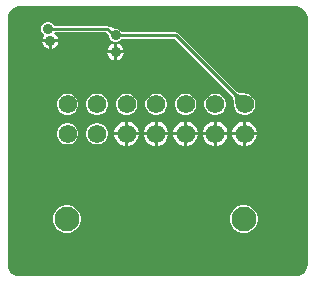
<source format=gbr>
%TF.GenerationSoftware,Altium Limited,Altium Designer,24.1.2 (44)*%
G04 Layer_Physical_Order=2*
G04 Layer_Color=16711680*
%FSLAX45Y45*%
%MOMM*%
%TF.SameCoordinates,140E097B-8517-4C1D-959E-99074445C54D*%
%TF.FilePolarity,Positive*%
%TF.FileFunction,Copper,L2,Bot,Signal*%
%TF.Part,Single*%
G01*
G75*
%TA.AperFunction,Conductor*%
%ADD17C,0.25400*%
%TA.AperFunction,ComponentPad*%
%ADD20C,1.56000*%
%ADD21C,2.10000*%
%TA.AperFunction,ViaPad*%
%ADD22C,0.88900*%
G36*
X1198035Y1139096D02*
X1216526Y1131437D01*
X1233166Y1120318D01*
X1247318Y1106166D01*
X1258437Y1089526D01*
X1266096Y1071035D01*
X1270000Y1051407D01*
Y1041400D01*
Y-1041400D01*
Y-1051407D01*
X1266096Y-1071036D01*
X1258437Y-1089526D01*
X1247318Y-1106166D01*
X1233166Y-1120318D01*
X1216526Y-1131437D01*
X1198035Y-1139096D01*
X1178407Y-1143000D01*
X-1178407D01*
X-1198036Y-1139096D01*
X-1216526Y-1131437D01*
X-1233166Y-1120318D01*
X-1247318Y-1106166D01*
X-1258437Y-1089526D01*
X-1266096Y-1071036D01*
X-1270000Y-1051407D01*
Y-1041400D01*
Y1041400D01*
Y1051407D01*
X-1266096Y1071035D01*
X-1258437Y1089526D01*
X-1247318Y1106166D01*
X-1233166Y1120318D01*
X-1216526Y1131437D01*
X-1198036Y1139096D01*
X-1178407Y1143000D01*
X1178407D01*
X1198035Y1139096D01*
D02*
G37*
%LPC*%
G36*
X-838489Y838200D02*
X-894700D01*
Y781989D01*
X-880439Y785810D01*
X-864511Y795006D01*
X-851506Y808011D01*
X-842310Y823939D01*
X-838489Y838200D01*
D02*
G37*
G36*
X-920100D02*
X-976311D01*
X-972490Y823939D01*
X-963294Y808011D01*
X-950289Y795006D01*
X-934361Y785810D01*
X-920100Y781989D01*
Y838200D01*
D02*
G37*
G36*
X-342900Y824561D02*
Y768350D01*
X-286689D01*
X-290510Y782611D01*
X-299706Y798539D01*
X-312711Y811544D01*
X-328639Y820740D01*
X-342900Y824561D01*
D02*
G37*
G36*
X-368300D02*
X-382561Y820740D01*
X-398489Y811544D01*
X-411494Y798539D01*
X-420690Y782611D01*
X-424511Y768350D01*
X-368300D01*
Y824561D01*
D02*
G37*
G36*
X-286689Y742950D02*
X-342900D01*
Y686739D01*
X-328639Y690560D01*
X-312711Y699756D01*
X-299706Y712761D01*
X-290510Y728689D01*
X-286689Y742950D01*
D02*
G37*
G36*
X-368300D02*
X-424511D01*
X-420690Y728689D01*
X-411494Y712761D01*
X-398489Y699756D01*
X-382561Y690560D01*
X-368300Y686739D01*
Y742950D01*
D02*
G37*
G36*
X-915732Y1009650D02*
X-938468D01*
X-959473Y1000949D01*
X-975549Y984873D01*
X-984250Y963868D01*
Y941132D01*
X-975549Y920127D01*
X-959473Y904051D01*
X-964180Y892254D01*
X-972490Y877861D01*
X-976311Y863600D01*
X-838489D01*
X-842310Y877861D01*
X-851506Y893789D01*
X-864511Y906794D01*
X-870542Y910276D01*
X-873582Y913969D01*
X-867531Y926602D01*
X-438304D01*
X-414040Y902338D01*
X-413874Y900185D01*
X-413792Y895553D01*
X-412750Y893157D01*
Y883982D01*
X-404049Y862977D01*
X-387973Y846901D01*
X-366968Y838200D01*
X-344232D01*
X-323227Y846901D01*
X-316740Y853388D01*
X-314309Y854345D01*
X-310975Y857563D01*
X-307972Y860137D01*
X-305036Y862340D01*
X-302179Y864184D01*
X-299398Y865691D01*
X-296694Y866881D01*
X-294061Y867775D01*
X-291475Y868398D01*
X-288908Y868766D01*
X-285681Y868919D01*
X-284549Y869452D01*
X145423D01*
X630731Y384145D01*
X631083Y383072D01*
X634087Y379576D01*
X636362Y376047D01*
X638535Y371601D01*
X640535Y366200D01*
X642297Y359849D01*
X643771Y352557D01*
X644902Y344510D01*
X646181Y325117D01*
X646258Y314184D01*
X647300Y311716D01*
Y301559D01*
X653481Y278491D01*
X665422Y257809D01*
X682309Y240922D01*
X702991Y228981D01*
X726059Y222800D01*
X749941D01*
X773009Y228981D01*
X793691Y240922D01*
X810578Y257809D01*
X822519Y278491D01*
X828700Y301559D01*
Y325441D01*
X822519Y348509D01*
X810578Y369191D01*
X793691Y386078D01*
X773009Y398019D01*
X749941Y404200D01*
X739784D01*
X737316Y405242D01*
X726383Y405319D01*
X706990Y406598D01*
X698943Y407729D01*
X691649Y409204D01*
X685300Y410965D01*
X679901Y412964D01*
X675453Y415138D01*
X671924Y417413D01*
X668428Y420417D01*
X667356Y420769D01*
X174462Y913662D01*
X166061Y919276D01*
X156150Y921248D01*
X-284549D01*
X-285681Y921781D01*
X-288908Y921934D01*
X-291475Y922302D01*
X-294060Y922925D01*
X-296695Y923820D01*
X-299398Y925009D01*
X-302179Y926516D01*
X-305034Y928359D01*
X-307972Y930563D01*
X-310975Y933137D01*
X-314309Y936355D01*
X-316740Y937312D01*
X-323227Y943799D01*
X-344232Y952500D01*
X-353407D01*
X-355803Y953542D01*
X-360435Y953624D01*
X-364377Y953927D01*
X-368012Y954445D01*
X-371340Y955163D01*
X-374369Y956063D01*
X-377120Y957132D01*
X-379615Y958363D01*
X-381886Y959752D01*
X-383960Y961306D01*
X-386350Y963479D01*
X-391020Y965159D01*
X-395599Y967056D01*
X-395921Y966922D01*
X-396250Y967041D01*
X-400740Y964926D01*
X-402605Y964154D01*
X-409264Y970812D01*
X-417666Y976426D01*
X-427576Y978398D01*
X-875969D01*
X-878651Y984873D01*
X-894727Y1000949D01*
X-915732Y1009650D01*
D02*
G37*
G36*
X499941Y404200D02*
X476059D01*
X452991Y398019D01*
X432309Y386078D01*
X415422Y369191D01*
X403481Y348509D01*
X397300Y325441D01*
Y301559D01*
X403481Y278491D01*
X415422Y257809D01*
X432309Y240922D01*
X452991Y228981D01*
X476059Y222800D01*
X499941D01*
X523009Y228981D01*
X543691Y240922D01*
X560578Y257809D01*
X572519Y278491D01*
X578700Y301559D01*
Y325441D01*
X572519Y348509D01*
X560578Y369191D01*
X543691Y386078D01*
X523009Y398019D01*
X499941Y404200D01*
D02*
G37*
G36*
X249941D02*
X226059D01*
X202991Y398019D01*
X182309Y386078D01*
X165422Y369191D01*
X153481Y348509D01*
X147300Y325441D01*
Y301559D01*
X153481Y278491D01*
X165422Y257809D01*
X182309Y240922D01*
X202991Y228981D01*
X226059Y222800D01*
X249941D01*
X273009Y228981D01*
X293691Y240922D01*
X310578Y257809D01*
X322519Y278491D01*
X328700Y301559D01*
Y325441D01*
X322519Y348509D01*
X310578Y369191D01*
X293691Y386078D01*
X273009Y398019D01*
X249941Y404200D01*
D02*
G37*
G36*
X-59D02*
X-23941D01*
X-47009Y398019D01*
X-67691Y386078D01*
X-84578Y369191D01*
X-96519Y348509D01*
X-102700Y325441D01*
Y301559D01*
X-96519Y278491D01*
X-84578Y257809D01*
X-67691Y240922D01*
X-47009Y228981D01*
X-23941Y222800D01*
X-59D01*
X23009Y228981D01*
X43691Y240922D01*
X60578Y257809D01*
X72519Y278491D01*
X78700Y301559D01*
Y325441D01*
X72519Y348509D01*
X60578Y369191D01*
X43691Y386078D01*
X23009Y398019D01*
X-59Y404200D01*
D02*
G37*
G36*
X-250059D02*
X-273941D01*
X-297009Y398019D01*
X-317691Y386078D01*
X-334578Y369191D01*
X-346519Y348509D01*
X-352700Y325441D01*
Y301559D01*
X-346519Y278491D01*
X-334578Y257809D01*
X-317691Y240922D01*
X-297009Y228981D01*
X-273941Y222800D01*
X-250059D01*
X-226991Y228981D01*
X-206309Y240922D01*
X-189422Y257809D01*
X-177481Y278491D01*
X-171300Y301559D01*
Y325441D01*
X-177481Y348509D01*
X-189422Y369191D01*
X-206309Y386078D01*
X-226991Y398019D01*
X-250059Y404200D01*
D02*
G37*
G36*
X-500059D02*
X-523941D01*
X-547009Y398019D01*
X-567691Y386078D01*
X-584578Y369191D01*
X-596519Y348509D01*
X-602700Y325441D01*
Y301559D01*
X-596519Y278491D01*
X-584578Y257809D01*
X-567691Y240922D01*
X-547009Y228981D01*
X-523941Y222800D01*
X-500059D01*
X-476991Y228981D01*
X-456309Y240922D01*
X-439422Y257809D01*
X-427481Y278491D01*
X-421300Y301559D01*
Y325441D01*
X-427481Y348509D01*
X-439422Y369191D01*
X-456309Y386078D01*
X-476991Y398019D01*
X-500059Y404200D01*
D02*
G37*
G36*
X-750059D02*
X-773941D01*
X-797009Y398019D01*
X-817691Y386078D01*
X-834578Y369191D01*
X-846519Y348509D01*
X-852700Y325441D01*
Y301559D01*
X-846519Y278491D01*
X-834578Y257809D01*
X-817691Y240922D01*
X-797009Y228981D01*
X-773941Y222800D01*
X-750059D01*
X-726991Y228981D01*
X-706309Y240922D01*
X-689422Y257809D01*
X-677481Y278491D01*
X-671300Y301559D01*
Y325441D01*
X-677481Y348509D01*
X-689422Y369191D01*
X-706309Y386078D01*
X-726991Y398019D01*
X-750059Y404200D01*
D02*
G37*
G36*
X751613Y166900D02*
X750700D01*
Y76200D01*
X841400D01*
Y77113D01*
X834353Y103411D01*
X820741Y126989D01*
X801489Y146240D01*
X777911Y159853D01*
X751613Y166900D01*
D02*
G37*
G36*
X725300D02*
X724387D01*
X698089Y159853D01*
X674511Y146240D01*
X655260Y126989D01*
X641647Y103411D01*
X634600Y77113D01*
Y76200D01*
X725300D01*
Y166900D01*
D02*
G37*
G36*
X501613D02*
X500700D01*
Y76200D01*
X591400D01*
Y77113D01*
X584353Y103411D01*
X570741Y126989D01*
X551489Y146240D01*
X527911Y159853D01*
X501613Y166900D01*
D02*
G37*
G36*
X475300D02*
X474387D01*
X448089Y159853D01*
X424511Y146240D01*
X405260Y126989D01*
X391647Y103411D01*
X384600Y77113D01*
Y76200D01*
X475300D01*
Y166900D01*
D02*
G37*
G36*
X251613D02*
X250700D01*
Y76200D01*
X341400D01*
Y77113D01*
X334353Y103411D01*
X320741Y126989D01*
X301489Y146240D01*
X277911Y159853D01*
X251613Y166900D01*
D02*
G37*
G36*
X225300D02*
X224387D01*
X198089Y159853D01*
X174511Y146240D01*
X155260Y126989D01*
X141647Y103411D01*
X134600Y77113D01*
Y76200D01*
X225300D01*
Y166900D01*
D02*
G37*
G36*
X1613D02*
X700D01*
Y76200D01*
X91400D01*
Y77113D01*
X84353Y103411D01*
X70741Y126989D01*
X51489Y146240D01*
X27911Y159853D01*
X1613Y166900D01*
D02*
G37*
G36*
X-24700D02*
X-25613D01*
X-51911Y159853D01*
X-75489Y146240D01*
X-94740Y126989D01*
X-108353Y103411D01*
X-115400Y77113D01*
Y76200D01*
X-24700D01*
Y166900D01*
D02*
G37*
G36*
X-248387D02*
X-249300D01*
Y76200D01*
X-158600D01*
Y77113D01*
X-165647Y103411D01*
X-179259Y126989D01*
X-198511Y146240D01*
X-222089Y159853D01*
X-248387Y166900D01*
D02*
G37*
G36*
X-274700D02*
X-275613D01*
X-301911Y159853D01*
X-325489Y146240D01*
X-344740Y126989D01*
X-358353Y103411D01*
X-365400Y77113D01*
Y76200D01*
X-274700D01*
Y166900D01*
D02*
G37*
G36*
X-500059Y154200D02*
X-523941D01*
X-547009Y148019D01*
X-567691Y136078D01*
X-584578Y119191D01*
X-596519Y98509D01*
X-602700Y75441D01*
Y51559D01*
X-596519Y28491D01*
X-584578Y7809D01*
X-567691Y-9078D01*
X-547009Y-21019D01*
X-523941Y-27200D01*
X-500059D01*
X-476991Y-21019D01*
X-456309Y-9078D01*
X-439422Y7809D01*
X-427481Y28491D01*
X-421300Y51559D01*
Y75441D01*
X-427481Y98509D01*
X-439422Y119191D01*
X-456309Y136078D01*
X-476991Y148019D01*
X-500059Y154200D01*
D02*
G37*
G36*
X-750059D02*
X-773941D01*
X-797009Y148019D01*
X-817691Y136078D01*
X-834578Y119191D01*
X-846519Y98509D01*
X-852700Y75441D01*
Y51559D01*
X-846519Y28491D01*
X-834578Y7809D01*
X-817691Y-9078D01*
X-797009Y-21019D01*
X-773941Y-27200D01*
X-750059D01*
X-726991Y-21019D01*
X-706309Y-9078D01*
X-689422Y7809D01*
X-677481Y28491D01*
X-671300Y51559D01*
Y75441D01*
X-677481Y98509D01*
X-689422Y119191D01*
X-706309Y136078D01*
X-726991Y148019D01*
X-750059Y154200D01*
D02*
G37*
G36*
X841400Y50800D02*
X750700D01*
Y-39900D01*
X751613D01*
X777911Y-32853D01*
X801489Y-19240D01*
X820741Y11D01*
X834353Y23589D01*
X841400Y49887D01*
Y50800D01*
D02*
G37*
G36*
X725300D02*
X634600D01*
Y49887D01*
X641647Y23589D01*
X655260Y11D01*
X674511Y-19240D01*
X698089Y-32853D01*
X724387Y-39900D01*
X725300D01*
Y50800D01*
D02*
G37*
G36*
X591400D02*
X500700D01*
Y-39900D01*
X501613D01*
X527911Y-32853D01*
X551489Y-19240D01*
X570741Y11D01*
X584353Y23589D01*
X591400Y49887D01*
Y50800D01*
D02*
G37*
G36*
X475300D02*
X384600D01*
Y49887D01*
X391647Y23589D01*
X405260Y11D01*
X424511Y-19240D01*
X448089Y-32853D01*
X474387Y-39900D01*
X475300D01*
Y50800D01*
D02*
G37*
G36*
X341400D02*
X250700D01*
Y-39900D01*
X251613D01*
X277911Y-32853D01*
X301489Y-19240D01*
X320741Y11D01*
X334353Y23589D01*
X341400Y49887D01*
Y50800D01*
D02*
G37*
G36*
X225300D02*
X134600D01*
Y49887D01*
X141647Y23589D01*
X155260Y11D01*
X174511Y-19240D01*
X198089Y-32853D01*
X224387Y-39900D01*
X225300D01*
Y50800D01*
D02*
G37*
G36*
X91400D02*
X700D01*
Y-39900D01*
X1613D01*
X27911Y-32853D01*
X51489Y-19240D01*
X70741Y11D01*
X84353Y23589D01*
X91400Y49887D01*
Y50800D01*
D02*
G37*
G36*
X-24700D02*
X-115400D01*
Y49887D01*
X-108353Y23589D01*
X-94740Y11D01*
X-75489Y-19240D01*
X-51911Y-32853D01*
X-25613Y-39900D01*
X-24700D01*
Y50800D01*
D02*
G37*
G36*
X-158600D02*
X-249300D01*
Y-39900D01*
X-248387D01*
X-222089Y-32853D01*
X-198511Y-19240D01*
X-179259Y11D01*
X-165647Y23589D01*
X-158600Y49887D01*
Y50800D01*
D02*
G37*
G36*
X-274700D02*
X-365400D01*
Y49887D01*
X-358353Y23589D01*
X-344740Y11D01*
X-325489Y-19240D01*
X-301911Y-32853D01*
X-275613Y-39900D01*
X-274700D01*
Y50800D01*
D02*
G37*
G36*
X745995Y-541300D02*
X715004D01*
X685069Y-549321D01*
X658230Y-564816D01*
X636316Y-586730D01*
X620821Y-613570D01*
X612800Y-643504D01*
Y-674495D01*
X620821Y-704430D01*
X636316Y-731270D01*
X658230Y-753183D01*
X685069Y-768679D01*
X715004Y-776700D01*
X745995D01*
X775930Y-768679D01*
X802770Y-753183D01*
X824683Y-731270D01*
X840179Y-704430D01*
X848200Y-674495D01*
Y-643504D01*
X840179Y-613570D01*
X824683Y-586730D01*
X802770Y-564816D01*
X775930Y-549321D01*
X745995Y-541300D01*
D02*
G37*
G36*
X-751504D02*
X-782496D01*
X-812430Y-549321D01*
X-839270Y-564816D01*
X-861183Y-586730D01*
X-876679Y-613570D01*
X-884700Y-643504D01*
Y-674495D01*
X-876679Y-704430D01*
X-861183Y-731270D01*
X-839270Y-753183D01*
X-812430Y-768679D01*
X-782496Y-776700D01*
X-751504D01*
X-721570Y-768679D01*
X-694730Y-753183D01*
X-672817Y-731270D01*
X-657321Y-704430D01*
X-649300Y-674495D01*
Y-643504D01*
X-657321Y-613570D01*
X-672817Y-586730D01*
X-694730Y-564816D01*
X-721570Y-549321D01*
X-751504Y-541300D01*
D02*
G37*
%LPD*%
G36*
X663682Y406372D02*
X668686Y403145D01*
X674481Y400312D01*
X681069Y397873D01*
X688448Y395826D01*
X696619Y394174D01*
X705582Y392914D01*
X725882Y391575D01*
X737220Y391496D01*
X660004Y314280D01*
X659925Y325618D01*
X658586Y345919D01*
X657326Y354881D01*
X655674Y363052D01*
X653627Y370431D01*
X651188Y377019D01*
X648355Y382814D01*
X645129Y387818D01*
X641509Y392031D01*
X659469Y409991D01*
X663682Y406372D01*
D02*
G37*
D17*
X-427576Y952500D02*
X-370426Y895350D01*
X-927100Y952500D02*
X-427576D01*
X-370426Y895350D02*
X156150D01*
X738000Y313500D01*
D20*
D03*
X488000D02*
D03*
X238000D02*
D03*
X-12000D02*
D03*
X-262000D02*
D03*
X-512000D02*
D03*
X-762000D02*
D03*
X738000Y63500D02*
D03*
X488000D02*
D03*
X238000D02*
D03*
X-12000D02*
D03*
X-262000D02*
D03*
X-512000D02*
D03*
X-762000D02*
D03*
D21*
X-767000Y-659000D02*
D03*
X730500D02*
D03*
D22*
X-927100Y952500D02*
D03*
X-907400Y850900D02*
D03*
X-355600Y755650D02*
D03*
Y895350D02*
D03*
%TF.MD5,0c2f2e99e4db0710e69d4490514eb358*%
M02*

</source>
